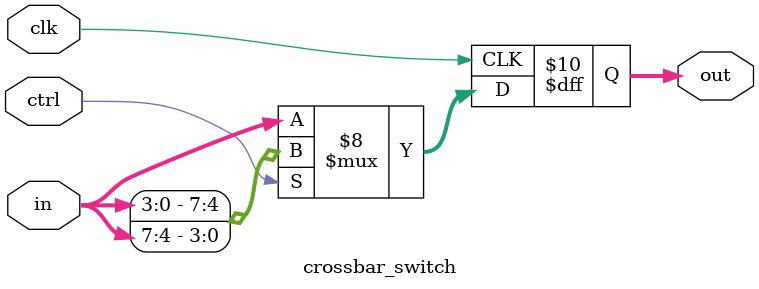
<source format=v>
`timescale 1ns / 1ps



module crossbar #(
    parameter N = 8,
    parameter DW_DATA = 32
) (
    input clk,
    input rst,
    input [N*N-1:0] ctrl,
    input [N*DW_DATA-1:0] in,
    output reg [N*DW_DATA-1:0] out
);

    reg [DW_DATA-1:0] reg_in [N-1:0][N-1:0][1:0];
    wire [DW_DATA-1:0] wire_out [N-1:0][N-1:0][1:0];

    integer i,j;

    // set connection
    always @(*) begin
        //up-left corner
        reg_in[0][0][0] <= in[0 +:DW_DATA];
        reg_in[0][0][1] <= 0;
        //left edge
        for (i=1; i<N; i=i+1) begin
            reg_in[i][0][0] <= in[i*DW_DATA +:DW_DATA];
            reg_in[i][0][1] <= wire_out[i-1][0][1];
        end
        // up edge
        for (j=1; j<N; j=j+1) begin
            reg_in[0][j][0] <= wire_out[0][j-1][0];
            reg_in[0][j][1] <= 0;
        end
        // left
        for (i=1; i<N; i=i+1) begin
            for (j=1; j<N; j=j+1) begin
                reg_in[i][j][1] <= wire_out[i-1][j][1]; // up-down
                reg_in[i][j][0] <= wire_out[i][j-1][0]; // left-right
            end
        end
        // output at down edge
        for (j=0; j<N; j=j+1) begin
            out[j*DW_DATA +:DW_DATA] <= wire_out[N-1][j][1];
        end
    end

    genvar gi, gj;
    generate
        for (gi=0; gi<N; gi=gi+1) begin: gen_row
            for (gj=0; gj<N; gj=gj+1) begin: gen_sw
                crossbar_switch #(
                    .DW_DATA(DW_DATA)
                ) u_x_sw (
                    .clk(clk),
                    .ctrl(ctrl[gi*N+gj]),
                    .in({reg_in[gi][gj][1], reg_in[gi][gj][0]}),
                    .out({wire_out[gi][gj][1], wire_out[gi][gj][0]})
                );
            end
        end
    endgenerate

endmodule

module crossbar_switch #(
    parameter DW_DATA = 4
) (
    input clk,
    input ctrl,
    input [2*DW_DATA-1:0] in,
    output reg [2*DW_DATA-1:0] out
);

    always @(posedge clk) begin
        if (ctrl) begin
            out <= {in[0 +:DW_DATA], in[DW_DATA +:DW_DATA]};
        end
        else begin
            out <= in;
        end
    end

endmodule
</source>
